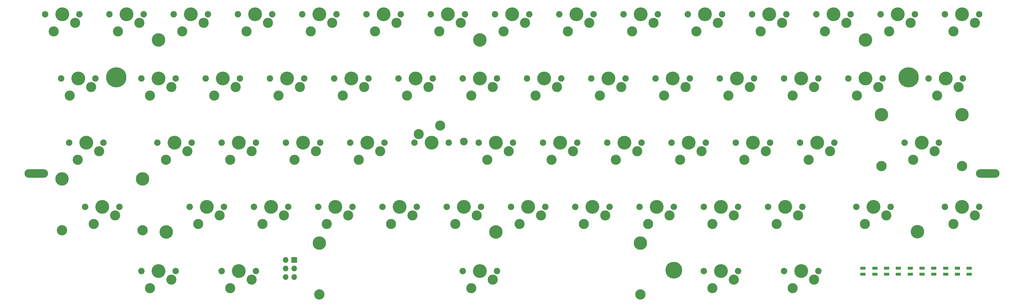
<source format=gbr>
%TF.GenerationSoftware,KiCad,Pcbnew,(5.1.9)-1*%
%TF.CreationDate,2021-04-11T15:21:24+09:00*%
%TF.ProjectId,yuiop60hh3,7975696f-7036-4306-9868-332e6b696361,1*%
%TF.SameCoordinates,Original*%
%TF.FileFunction,Soldermask,Top*%
%TF.FilePolarity,Negative*%
%FSLAX46Y46*%
G04 Gerber Fmt 4.6, Leading zero omitted, Abs format (unit mm)*
G04 Created by KiCad (PCBNEW (5.1.9)-1) date 2021-04-11 15:21:24*
%MOMM*%
%LPD*%
G01*
G04 APERTURE LIST*
%ADD10C,4.000000*%
%ADD11O,7.000000X2.500000*%
%ADD12C,5.000000*%
%ADD13C,2.300000*%
%ADD14C,6.000000*%
%ADD15C,3.048000*%
%ADD16C,3.987800*%
%ADD17C,3.000000*%
%ADD18C,4.100000*%
%ADD19C,1.900000*%
%ADD20R,1.600000X0.850000*%
%ADD21O,1.700000X1.700000*%
%ADD22R,1.700000X1.700000*%
G04 APERTURE END LIST*
D10*
%TO.C,HOLE12*%
X208125000Y-174115000D03*
%TD*%
%TO.C,HOLE11*%
X203375000Y-117115000D03*
%TD*%
%TO.C,HOLE10*%
X333025000Y-174065000D03*
%TD*%
%TO.C,HOLE9*%
X317625000Y-117115000D03*
%TD*%
%TO.C,HOLE8*%
X110375000Y-174115000D03*
%TD*%
%TO.C,HOLE7*%
X108125000Y-117115000D03*
%TD*%
D11*
%TO.C,HOLE6*%
X353915000Y-156815000D03*
%TD*%
%TO.C,HOLE5*%
X71835000Y-156815000D03*
%TD*%
D12*
%TO.C,HOLE4*%
X260875000Y-185515000D03*
%TD*%
D13*
%TO.C,HOLE3*%
X198575000Y-147315000D03*
%TD*%
D14*
%TO.C,HOLE2*%
X330425000Y-128225000D03*
%TD*%
%TO.C,HOLE1*%
X95575000Y-128215000D03*
%TD*%
D15*
%TO.C,STB2*%
X155787000Y-192710000D03*
D16*
X155787000Y-177470000D03*
X250913000Y-177470000D03*
D15*
X250913000Y-192710000D03*
%TD*%
%TO.C,STB3*%
X322381000Y-154610000D03*
D16*
X322381000Y-139370000D03*
X346257000Y-139370000D03*
D15*
X346257000Y-154610000D03*
%TD*%
%TO.C,STB1*%
X79492700Y-173660000D03*
D16*
X79492700Y-158420000D03*
X103368700Y-158420000D03*
D15*
X103368700Y-173660000D03*
%TD*%
D17*
%TO.C,KSW60*%
X302410000Y-188265000D03*
X296060000Y-190805000D03*
D18*
X298600000Y-185725000D03*
D19*
X293520000Y-185725000D03*
X303680000Y-185725000D03*
%TD*%
D17*
%TO.C,KSW59*%
X278598000Y-188265000D03*
X272248000Y-190805000D03*
D18*
X274788000Y-185725000D03*
D19*
X269708000Y-185725000D03*
X279868000Y-185725000D03*
%TD*%
D17*
%TO.C,KSW58*%
X207160000Y-188265000D03*
X200810000Y-190805000D03*
D18*
X203350000Y-185725000D03*
D19*
X198270000Y-185725000D03*
X208430000Y-185725000D03*
%TD*%
D17*
%TO.C,KSW57*%
X135722000Y-188265000D03*
X129372000Y-190805000D03*
D18*
X131912000Y-185725000D03*
D19*
X126832000Y-185725000D03*
X136992000Y-185725000D03*
%TD*%
D17*
%TO.C,KSW56*%
X111910000Y-188265000D03*
X105560000Y-190805000D03*
D18*
X108100000Y-185725000D03*
D19*
X103020000Y-185725000D03*
X113180000Y-185725000D03*
%TD*%
D17*
%TO.C,KSW55*%
X350035000Y-169215000D03*
X343685000Y-171755000D03*
D18*
X346225000Y-166675000D03*
D19*
X341145000Y-166675000D03*
X351305000Y-166675000D03*
%TD*%
D17*
%TO.C,KSW54*%
X323841000Y-169215000D03*
X317491000Y-171755000D03*
D18*
X320031000Y-166675000D03*
D19*
X314951000Y-166675000D03*
X325111000Y-166675000D03*
%TD*%
D17*
%TO.C,KSW53*%
X297648000Y-169215000D03*
X291298000Y-171755000D03*
D18*
X293838000Y-166675000D03*
D19*
X288758000Y-166675000D03*
X298918000Y-166675000D03*
%TD*%
D17*
%TO.C,KSW52*%
X278598000Y-169215000D03*
X272248000Y-171755000D03*
D18*
X274788000Y-166675000D03*
D19*
X269708000Y-166675000D03*
X279868000Y-166675000D03*
%TD*%
D17*
%TO.C,KSW51*%
X259548000Y-169215000D03*
X253198000Y-171755000D03*
D18*
X255738000Y-166675000D03*
D19*
X250658000Y-166675000D03*
X260818000Y-166675000D03*
%TD*%
D17*
%TO.C,KSW50*%
X240498000Y-169215000D03*
X234148000Y-171755000D03*
D18*
X236688000Y-166675000D03*
D19*
X231608000Y-166675000D03*
X241768000Y-166675000D03*
%TD*%
D17*
%TO.C,KSW49*%
X221448000Y-169215000D03*
X215098000Y-171755000D03*
D18*
X217638000Y-166675000D03*
D19*
X212558000Y-166675000D03*
X222718000Y-166675000D03*
%TD*%
D17*
%TO.C,KSW48*%
X202398000Y-169215000D03*
X196048000Y-171755000D03*
D18*
X198588000Y-166675000D03*
D19*
X193508000Y-166675000D03*
X203668000Y-166675000D03*
%TD*%
D17*
%TO.C,KSW47*%
X183348000Y-169215000D03*
X176998000Y-171755000D03*
D18*
X179538000Y-166675000D03*
D19*
X174458000Y-166675000D03*
X184618000Y-166675000D03*
%TD*%
D17*
%TO.C,KSW46*%
X164298000Y-169215000D03*
X157948000Y-171755000D03*
D18*
X160488000Y-166675000D03*
D19*
X155408000Y-166675000D03*
X165568000Y-166675000D03*
%TD*%
D17*
%TO.C,KSW45*%
X145248000Y-169215000D03*
X138898000Y-171755000D03*
D18*
X141438000Y-166675000D03*
D19*
X136358000Y-166675000D03*
X146518000Y-166675000D03*
%TD*%
D17*
%TO.C,KSW44*%
X126198000Y-169215000D03*
X119848000Y-171755000D03*
D18*
X122388000Y-166675000D03*
D19*
X117308000Y-166675000D03*
X127468000Y-166675000D03*
%TD*%
D17*
%TO.C,KSW43*%
X95241200Y-169215000D03*
X88891200Y-171755000D03*
D18*
X91431200Y-166675000D03*
D19*
X86351200Y-166675000D03*
X96511200Y-166675000D03*
%TD*%
D17*
%TO.C,KSW42*%
X338129000Y-150165000D03*
X331779000Y-152705000D03*
D18*
X334319000Y-147625000D03*
D19*
X329239000Y-147625000D03*
X339399000Y-147625000D03*
%TD*%
D17*
%TO.C,KSW41*%
X307172000Y-150165000D03*
X300822000Y-152705000D03*
D18*
X303362000Y-147625000D03*
D19*
X298282000Y-147625000D03*
X308442000Y-147625000D03*
%TD*%
%TO.C,KSW40*%
X289392000Y-147625000D03*
X279232000Y-147625000D03*
D18*
X284312000Y-147625000D03*
D17*
X281772000Y-152705000D03*
X288122000Y-150165000D03*
%TD*%
%TO.C,KSW39*%
X269072000Y-150165000D03*
X262722000Y-152705000D03*
D18*
X265262000Y-147625000D03*
D19*
X260182000Y-147625000D03*
X270342000Y-147625000D03*
%TD*%
D17*
%TO.C,KSW38*%
X250022000Y-150165000D03*
X243672000Y-152705000D03*
D18*
X246212000Y-147625000D03*
D19*
X241132000Y-147625000D03*
X251292000Y-147625000D03*
%TD*%
D17*
%TO.C,KSW37*%
X230972000Y-150165000D03*
X224622000Y-152705000D03*
D18*
X227162000Y-147625000D03*
D19*
X222082000Y-147625000D03*
X232242000Y-147625000D03*
%TD*%
D17*
%TO.C,KSW36*%
X211922000Y-150165000D03*
X205572000Y-152705000D03*
D18*
X208112000Y-147625000D03*
D19*
X203032000Y-147625000D03*
X213192000Y-147625000D03*
%TD*%
D17*
%TO.C,KSW35*%
X185252000Y-145085000D03*
X191602000Y-142545000D03*
D18*
X189062000Y-147625000D03*
D19*
X194142000Y-147625000D03*
X183982000Y-147625000D03*
%TD*%
D17*
%TO.C,KSW34*%
X173822000Y-150165000D03*
X167472000Y-152705000D03*
D18*
X170012000Y-147625000D03*
D19*
X164932000Y-147625000D03*
X175092000Y-147625000D03*
%TD*%
D17*
%TO.C,KSW33*%
X154772000Y-150165000D03*
X148422000Y-152705000D03*
D18*
X150962000Y-147625000D03*
D19*
X145882000Y-147625000D03*
X156042000Y-147625000D03*
%TD*%
D17*
%TO.C,KSW32*%
X135722000Y-150165000D03*
X129372000Y-152705000D03*
D18*
X131912000Y-147625000D03*
D19*
X126832000Y-147625000D03*
X136992000Y-147625000D03*
%TD*%
D17*
%TO.C,KSW31*%
X116672000Y-150165000D03*
X110322000Y-152705000D03*
D18*
X112862000Y-147625000D03*
D19*
X107782000Y-147625000D03*
X117942000Y-147625000D03*
%TD*%
D17*
%TO.C,KSW30*%
X90478800Y-150165000D03*
X84128800Y-152705000D03*
D18*
X86668800Y-147625000D03*
D19*
X81588800Y-147625000D03*
X91748800Y-147625000D03*
%TD*%
D17*
%TO.C,KSW29*%
X345272000Y-131115000D03*
X338922000Y-133655000D03*
D18*
X341462000Y-128575000D03*
D19*
X336382000Y-128575000D03*
X346542000Y-128575000D03*
%TD*%
D17*
%TO.C,KSW28*%
X321460000Y-131115000D03*
X315110000Y-133655000D03*
D18*
X317650000Y-128575000D03*
D19*
X312570000Y-128575000D03*
X322730000Y-128575000D03*
%TD*%
D17*
%TO.C,KSW27*%
X302410000Y-131115000D03*
X296060000Y-133655000D03*
D18*
X298600000Y-128575000D03*
D19*
X293520000Y-128575000D03*
X303680000Y-128575000D03*
%TD*%
D17*
%TO.C,KSW26*%
X283360000Y-131115000D03*
X277010000Y-133655000D03*
D18*
X279550000Y-128575000D03*
D19*
X274470000Y-128575000D03*
X284630000Y-128575000D03*
%TD*%
D17*
%TO.C,KSW25*%
X264310000Y-131115000D03*
X257960000Y-133655000D03*
D18*
X260500000Y-128575000D03*
D19*
X255420000Y-128575000D03*
X265580000Y-128575000D03*
%TD*%
D17*
%TO.C,KSW24*%
X245260000Y-131115000D03*
X238910000Y-133655000D03*
D18*
X241450000Y-128575000D03*
D19*
X236370000Y-128575000D03*
X246530000Y-128575000D03*
%TD*%
D17*
%TO.C,KSW23*%
X226210000Y-131115000D03*
X219860000Y-133655000D03*
D18*
X222400000Y-128575000D03*
D19*
X217320000Y-128575000D03*
X227480000Y-128575000D03*
%TD*%
D17*
%TO.C,KSW22*%
X207160000Y-131115000D03*
X200810000Y-133655000D03*
D18*
X203350000Y-128575000D03*
D19*
X198270000Y-128575000D03*
X208430000Y-128575000D03*
%TD*%
D17*
%TO.C,KSW21*%
X188110000Y-131115000D03*
X181760000Y-133655000D03*
D18*
X184300000Y-128575000D03*
D19*
X179220000Y-128575000D03*
X189380000Y-128575000D03*
%TD*%
D17*
%TO.C,KSW20*%
X169060000Y-131115000D03*
X162710000Y-133655000D03*
D18*
X165250000Y-128575000D03*
D19*
X160170000Y-128575000D03*
X170330000Y-128575000D03*
%TD*%
D17*
%TO.C,KSW19*%
X150010000Y-131115000D03*
X143660000Y-133655000D03*
D18*
X146200000Y-128575000D03*
D19*
X141120000Y-128575000D03*
X151280000Y-128575000D03*
%TD*%
D17*
%TO.C,KSW18*%
X130960000Y-131115000D03*
X124610000Y-133655000D03*
D18*
X127150000Y-128575000D03*
D19*
X122070000Y-128575000D03*
X132230000Y-128575000D03*
%TD*%
D17*
%TO.C,KSW17*%
X111910000Y-131115000D03*
X105560000Y-133655000D03*
D18*
X108100000Y-128575000D03*
D19*
X103020000Y-128575000D03*
X113180000Y-128575000D03*
%TD*%
D17*
%TO.C,KSW16*%
X88097500Y-131115000D03*
X81747500Y-133655000D03*
D18*
X84287500Y-128575000D03*
D19*
X79207500Y-128575000D03*
X89367500Y-128575000D03*
%TD*%
D17*
%TO.C,KSW15*%
X350035000Y-112065000D03*
X343685000Y-114605000D03*
D18*
X346225000Y-109525000D03*
D19*
X341145000Y-109525000D03*
X351305000Y-109525000D03*
%TD*%
D17*
%TO.C,KSW14*%
X330985000Y-112065000D03*
X324635000Y-114605000D03*
D18*
X327175000Y-109525000D03*
D19*
X322095000Y-109525000D03*
X332255000Y-109525000D03*
%TD*%
D17*
%TO.C,KSW13*%
X311935000Y-112065000D03*
X305585000Y-114605000D03*
D18*
X308125000Y-109525000D03*
D19*
X303045000Y-109525000D03*
X313205000Y-109525000D03*
%TD*%
D17*
%TO.C,KSW12*%
X292885000Y-112065000D03*
X286535000Y-114605000D03*
D18*
X289075000Y-109525000D03*
D19*
X283995000Y-109525000D03*
X294155000Y-109525000D03*
%TD*%
D17*
%TO.C,KSW11*%
X273835000Y-112065000D03*
X267485000Y-114605000D03*
D18*
X270025000Y-109525000D03*
D19*
X264945000Y-109525000D03*
X275105000Y-109525000D03*
%TD*%
D17*
%TO.C,KSW10*%
X254785000Y-112065000D03*
X248435000Y-114605000D03*
D18*
X250975000Y-109525000D03*
D19*
X245895000Y-109525000D03*
X256055000Y-109525000D03*
%TD*%
D17*
%TO.C,KSW9*%
X235735000Y-112065000D03*
X229385000Y-114605000D03*
D18*
X231925000Y-109525000D03*
D19*
X226845000Y-109525000D03*
X237005000Y-109525000D03*
%TD*%
D17*
%TO.C,KSW8*%
X216685000Y-112065000D03*
X210335000Y-114605000D03*
D18*
X212875000Y-109525000D03*
D19*
X207795000Y-109525000D03*
X217955000Y-109525000D03*
%TD*%
D17*
%TO.C,KSW7*%
X197635000Y-112065000D03*
X191285000Y-114605000D03*
D18*
X193825000Y-109525000D03*
D19*
X188745000Y-109525000D03*
X198905000Y-109525000D03*
%TD*%
D17*
%TO.C,KSW6*%
X178585000Y-112065000D03*
X172235000Y-114605000D03*
D18*
X174775000Y-109525000D03*
D19*
X169695000Y-109525000D03*
X179855000Y-109525000D03*
%TD*%
D17*
%TO.C,KSW5*%
X159535000Y-112065000D03*
X153185000Y-114605000D03*
D18*
X155725000Y-109525000D03*
D19*
X150645000Y-109525000D03*
X160805000Y-109525000D03*
%TD*%
D17*
%TO.C,KSW4*%
X140485000Y-112065000D03*
X134135000Y-114605000D03*
D18*
X136675000Y-109525000D03*
D19*
X131595000Y-109525000D03*
X141755000Y-109525000D03*
%TD*%
D17*
%TO.C,KSW3*%
X121435000Y-112065000D03*
X115085000Y-114605000D03*
D18*
X117625000Y-109525000D03*
D19*
X112545000Y-109525000D03*
X122705000Y-109525000D03*
%TD*%
D17*
%TO.C,KSW2*%
X102385000Y-112065000D03*
X96035000Y-114605000D03*
D18*
X98575000Y-109525000D03*
D19*
X93495000Y-109525000D03*
X103655000Y-109525000D03*
%TD*%
D17*
%TO.C,KSW1*%
X83335000Y-112065000D03*
X76985000Y-114605000D03*
D18*
X79525000Y-109525000D03*
D19*
X74445000Y-109525000D03*
X84605000Y-109525000D03*
%TD*%
D20*
%TO.C,LED5*%
X348419000Y-186631000D03*
X348419000Y-184881000D03*
X344919000Y-186631000D03*
X344919000Y-184881000D03*
%TD*%
%TO.C,LED4*%
X341419000Y-186631000D03*
X341419000Y-184881000D03*
X337919000Y-186631000D03*
X337919000Y-184881000D03*
%TD*%
%TO.C,LED3*%
X334419000Y-186631000D03*
X334419000Y-184881000D03*
X330919000Y-186631000D03*
X330919000Y-184881000D03*
%TD*%
%TO.C,LED2*%
X327419000Y-186631000D03*
X327419000Y-184881000D03*
X323919000Y-186631000D03*
X323919000Y-184881000D03*
%TD*%
%TO.C,LED1*%
X320419000Y-186631000D03*
X320419000Y-184881000D03*
X316919000Y-186631000D03*
X316919000Y-184881000D03*
%TD*%
D21*
%TO.C,J2*%
X145796000Y-187535000D03*
X148336000Y-187535000D03*
X145796000Y-184995000D03*
X148336000Y-184995000D03*
X145796000Y-182455000D03*
D22*
X148336000Y-182455000D03*
%TD*%
M02*

</source>
